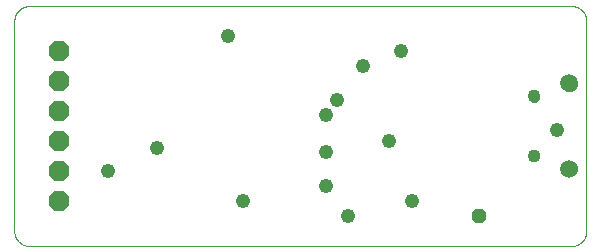
<source format=gbs>
G75*
%MOIN*%
%OFA0B0*%
%FSLAX25Y25*%
%IPPOS*%
%LPD*%
%AMOC8*
5,1,8,0,0,1.08239X$1,22.5*
%
%ADD10C,0.00000*%
%ADD11OC8,0.06800*%
%ADD12C,0.05918*%
%ADD13C,0.04343*%
%ADD14C,0.04800*%
%ADD15OC8,0.04762*%
D10*
X0010800Y0005800D02*
X0191501Y0005800D01*
X0191641Y0005802D01*
X0191781Y0005808D01*
X0191921Y0005818D01*
X0192061Y0005831D01*
X0192200Y0005849D01*
X0192339Y0005871D01*
X0192476Y0005896D01*
X0192614Y0005925D01*
X0192750Y0005958D01*
X0192885Y0005995D01*
X0193019Y0006036D01*
X0193152Y0006081D01*
X0193284Y0006129D01*
X0193414Y0006181D01*
X0193543Y0006236D01*
X0193670Y0006295D01*
X0193796Y0006358D01*
X0193920Y0006424D01*
X0194041Y0006493D01*
X0194161Y0006566D01*
X0194279Y0006643D01*
X0194394Y0006722D01*
X0194508Y0006805D01*
X0194618Y0006891D01*
X0194727Y0006980D01*
X0194833Y0007072D01*
X0194936Y0007167D01*
X0195037Y0007264D01*
X0195134Y0007365D01*
X0195229Y0007468D01*
X0195321Y0007574D01*
X0195410Y0007683D01*
X0195496Y0007793D01*
X0195579Y0007907D01*
X0195658Y0008022D01*
X0195735Y0008140D01*
X0195808Y0008260D01*
X0195877Y0008381D01*
X0195943Y0008505D01*
X0196006Y0008631D01*
X0196065Y0008758D01*
X0196120Y0008887D01*
X0196172Y0009017D01*
X0196220Y0009149D01*
X0196265Y0009282D01*
X0196306Y0009416D01*
X0196343Y0009551D01*
X0196376Y0009687D01*
X0196405Y0009825D01*
X0196430Y0009962D01*
X0196452Y0010101D01*
X0196470Y0010240D01*
X0196483Y0010380D01*
X0196493Y0010520D01*
X0196499Y0010660D01*
X0196501Y0010800D01*
X0196501Y0080761D01*
X0196499Y0080901D01*
X0196493Y0081041D01*
X0196483Y0081181D01*
X0196470Y0081321D01*
X0196452Y0081460D01*
X0196430Y0081599D01*
X0196405Y0081736D01*
X0196376Y0081874D01*
X0196343Y0082010D01*
X0196306Y0082145D01*
X0196265Y0082279D01*
X0196220Y0082412D01*
X0196172Y0082544D01*
X0196120Y0082674D01*
X0196065Y0082803D01*
X0196006Y0082930D01*
X0195943Y0083056D01*
X0195877Y0083180D01*
X0195808Y0083301D01*
X0195735Y0083421D01*
X0195658Y0083539D01*
X0195579Y0083654D01*
X0195496Y0083768D01*
X0195410Y0083878D01*
X0195321Y0083987D01*
X0195229Y0084093D01*
X0195134Y0084196D01*
X0195037Y0084297D01*
X0194936Y0084394D01*
X0194833Y0084489D01*
X0194727Y0084581D01*
X0194618Y0084670D01*
X0194508Y0084756D01*
X0194394Y0084839D01*
X0194279Y0084918D01*
X0194161Y0084995D01*
X0194041Y0085068D01*
X0193920Y0085137D01*
X0193796Y0085203D01*
X0193670Y0085266D01*
X0193543Y0085325D01*
X0193414Y0085380D01*
X0193284Y0085432D01*
X0193152Y0085480D01*
X0193019Y0085525D01*
X0192885Y0085566D01*
X0192750Y0085603D01*
X0192614Y0085636D01*
X0192476Y0085665D01*
X0192339Y0085690D01*
X0192200Y0085712D01*
X0192061Y0085730D01*
X0191921Y0085743D01*
X0191781Y0085753D01*
X0191641Y0085759D01*
X0191501Y0085761D01*
X0010800Y0085761D01*
X0010660Y0085759D01*
X0010520Y0085753D01*
X0010380Y0085743D01*
X0010240Y0085730D01*
X0010101Y0085712D01*
X0009962Y0085690D01*
X0009825Y0085665D01*
X0009687Y0085636D01*
X0009551Y0085603D01*
X0009416Y0085566D01*
X0009282Y0085525D01*
X0009149Y0085480D01*
X0009017Y0085432D01*
X0008887Y0085380D01*
X0008758Y0085325D01*
X0008631Y0085266D01*
X0008505Y0085203D01*
X0008381Y0085137D01*
X0008260Y0085068D01*
X0008140Y0084995D01*
X0008022Y0084918D01*
X0007907Y0084839D01*
X0007793Y0084756D01*
X0007683Y0084670D01*
X0007574Y0084581D01*
X0007468Y0084489D01*
X0007365Y0084394D01*
X0007264Y0084297D01*
X0007167Y0084196D01*
X0007072Y0084093D01*
X0006980Y0083987D01*
X0006891Y0083878D01*
X0006805Y0083768D01*
X0006722Y0083654D01*
X0006643Y0083539D01*
X0006566Y0083421D01*
X0006493Y0083301D01*
X0006424Y0083180D01*
X0006358Y0083056D01*
X0006295Y0082930D01*
X0006236Y0082803D01*
X0006181Y0082674D01*
X0006129Y0082544D01*
X0006081Y0082412D01*
X0006036Y0082279D01*
X0005995Y0082145D01*
X0005958Y0082010D01*
X0005925Y0081874D01*
X0005896Y0081736D01*
X0005871Y0081599D01*
X0005849Y0081460D01*
X0005831Y0081321D01*
X0005818Y0081181D01*
X0005808Y0081041D01*
X0005802Y0080901D01*
X0005800Y0080761D01*
X0005800Y0010800D01*
X0005802Y0010660D01*
X0005808Y0010520D01*
X0005818Y0010380D01*
X0005831Y0010240D01*
X0005849Y0010101D01*
X0005871Y0009962D01*
X0005896Y0009825D01*
X0005925Y0009687D01*
X0005958Y0009551D01*
X0005995Y0009416D01*
X0006036Y0009282D01*
X0006081Y0009149D01*
X0006129Y0009017D01*
X0006181Y0008887D01*
X0006236Y0008758D01*
X0006295Y0008631D01*
X0006358Y0008505D01*
X0006424Y0008381D01*
X0006493Y0008260D01*
X0006566Y0008140D01*
X0006643Y0008022D01*
X0006722Y0007907D01*
X0006805Y0007793D01*
X0006891Y0007683D01*
X0006980Y0007574D01*
X0007072Y0007468D01*
X0007167Y0007365D01*
X0007264Y0007264D01*
X0007365Y0007167D01*
X0007468Y0007072D01*
X0007574Y0006980D01*
X0007683Y0006891D01*
X0007793Y0006805D01*
X0007907Y0006722D01*
X0008022Y0006643D01*
X0008140Y0006566D01*
X0008260Y0006493D01*
X0008381Y0006424D01*
X0008505Y0006358D01*
X0008631Y0006295D01*
X0008758Y0006236D01*
X0008887Y0006181D01*
X0009017Y0006129D01*
X0009149Y0006081D01*
X0009282Y0006036D01*
X0009416Y0005995D01*
X0009551Y0005958D01*
X0009687Y0005925D01*
X0009825Y0005896D01*
X0009962Y0005871D01*
X0010101Y0005849D01*
X0010240Y0005831D01*
X0010380Y0005818D01*
X0010520Y0005808D01*
X0010660Y0005802D01*
X0010800Y0005800D01*
X0177217Y0035957D02*
X0177219Y0036041D01*
X0177225Y0036124D01*
X0177235Y0036207D01*
X0177249Y0036290D01*
X0177266Y0036372D01*
X0177288Y0036453D01*
X0177313Y0036532D01*
X0177342Y0036611D01*
X0177375Y0036688D01*
X0177411Y0036763D01*
X0177451Y0036837D01*
X0177494Y0036909D01*
X0177541Y0036978D01*
X0177591Y0037045D01*
X0177644Y0037110D01*
X0177700Y0037172D01*
X0177758Y0037232D01*
X0177820Y0037289D01*
X0177884Y0037342D01*
X0177951Y0037393D01*
X0178020Y0037440D01*
X0178091Y0037485D01*
X0178164Y0037525D01*
X0178239Y0037562D01*
X0178316Y0037596D01*
X0178394Y0037626D01*
X0178473Y0037652D01*
X0178554Y0037675D01*
X0178636Y0037693D01*
X0178718Y0037708D01*
X0178801Y0037719D01*
X0178884Y0037726D01*
X0178968Y0037729D01*
X0179052Y0037728D01*
X0179135Y0037723D01*
X0179219Y0037714D01*
X0179301Y0037701D01*
X0179383Y0037685D01*
X0179464Y0037664D01*
X0179545Y0037640D01*
X0179623Y0037612D01*
X0179701Y0037580D01*
X0179777Y0037544D01*
X0179851Y0037505D01*
X0179923Y0037463D01*
X0179993Y0037417D01*
X0180061Y0037368D01*
X0180126Y0037316D01*
X0180189Y0037261D01*
X0180249Y0037203D01*
X0180307Y0037142D01*
X0180361Y0037078D01*
X0180413Y0037012D01*
X0180461Y0036944D01*
X0180506Y0036873D01*
X0180547Y0036800D01*
X0180586Y0036726D01*
X0180620Y0036650D01*
X0180651Y0036572D01*
X0180678Y0036493D01*
X0180702Y0036412D01*
X0180721Y0036331D01*
X0180737Y0036249D01*
X0180749Y0036166D01*
X0180757Y0036082D01*
X0180761Y0035999D01*
X0180761Y0035915D01*
X0180757Y0035832D01*
X0180749Y0035748D01*
X0180737Y0035665D01*
X0180721Y0035583D01*
X0180702Y0035502D01*
X0180678Y0035421D01*
X0180651Y0035342D01*
X0180620Y0035264D01*
X0180586Y0035188D01*
X0180547Y0035114D01*
X0180506Y0035041D01*
X0180461Y0034970D01*
X0180413Y0034902D01*
X0180361Y0034836D01*
X0180307Y0034772D01*
X0180249Y0034711D01*
X0180189Y0034653D01*
X0180126Y0034598D01*
X0180061Y0034546D01*
X0179993Y0034497D01*
X0179923Y0034451D01*
X0179851Y0034409D01*
X0179777Y0034370D01*
X0179701Y0034334D01*
X0179623Y0034302D01*
X0179545Y0034274D01*
X0179464Y0034250D01*
X0179383Y0034229D01*
X0179301Y0034213D01*
X0179219Y0034200D01*
X0179135Y0034191D01*
X0179052Y0034186D01*
X0178968Y0034185D01*
X0178884Y0034188D01*
X0178801Y0034195D01*
X0178718Y0034206D01*
X0178636Y0034221D01*
X0178554Y0034239D01*
X0178473Y0034262D01*
X0178394Y0034288D01*
X0178316Y0034318D01*
X0178239Y0034352D01*
X0178164Y0034389D01*
X0178091Y0034429D01*
X0178020Y0034474D01*
X0177951Y0034521D01*
X0177884Y0034572D01*
X0177820Y0034625D01*
X0177758Y0034682D01*
X0177700Y0034742D01*
X0177644Y0034804D01*
X0177591Y0034869D01*
X0177541Y0034936D01*
X0177494Y0035005D01*
X0177451Y0035077D01*
X0177411Y0035151D01*
X0177375Y0035226D01*
X0177342Y0035303D01*
X0177313Y0035382D01*
X0177288Y0035461D01*
X0177266Y0035542D01*
X0177249Y0035624D01*
X0177235Y0035707D01*
X0177225Y0035790D01*
X0177219Y0035873D01*
X0177217Y0035957D01*
X0188241Y0031627D02*
X0188243Y0031728D01*
X0188249Y0031829D01*
X0188259Y0031930D01*
X0188273Y0032030D01*
X0188291Y0032129D01*
X0188313Y0032228D01*
X0188338Y0032326D01*
X0188368Y0032423D01*
X0188401Y0032518D01*
X0188438Y0032612D01*
X0188479Y0032705D01*
X0188523Y0032796D01*
X0188571Y0032885D01*
X0188623Y0032972D01*
X0188678Y0033057D01*
X0188736Y0033139D01*
X0188797Y0033220D01*
X0188862Y0033298D01*
X0188929Y0033373D01*
X0188999Y0033445D01*
X0189073Y0033515D01*
X0189149Y0033582D01*
X0189227Y0033646D01*
X0189308Y0033706D01*
X0189391Y0033763D01*
X0189477Y0033817D01*
X0189565Y0033868D01*
X0189654Y0033915D01*
X0189745Y0033959D01*
X0189838Y0033998D01*
X0189933Y0034035D01*
X0190028Y0034067D01*
X0190125Y0034096D01*
X0190224Y0034120D01*
X0190322Y0034141D01*
X0190422Y0034158D01*
X0190522Y0034171D01*
X0190623Y0034180D01*
X0190724Y0034185D01*
X0190825Y0034186D01*
X0190926Y0034183D01*
X0191027Y0034176D01*
X0191128Y0034165D01*
X0191228Y0034150D01*
X0191327Y0034131D01*
X0191426Y0034108D01*
X0191523Y0034082D01*
X0191620Y0034051D01*
X0191715Y0034017D01*
X0191808Y0033979D01*
X0191901Y0033937D01*
X0191991Y0033892D01*
X0192080Y0033843D01*
X0192166Y0033791D01*
X0192250Y0033735D01*
X0192333Y0033676D01*
X0192412Y0033614D01*
X0192490Y0033549D01*
X0192564Y0033481D01*
X0192636Y0033409D01*
X0192705Y0033336D01*
X0192771Y0033259D01*
X0192834Y0033180D01*
X0192894Y0033098D01*
X0192950Y0033014D01*
X0193003Y0032928D01*
X0193053Y0032840D01*
X0193099Y0032750D01*
X0193142Y0032659D01*
X0193181Y0032565D01*
X0193216Y0032470D01*
X0193247Y0032374D01*
X0193275Y0032277D01*
X0193299Y0032179D01*
X0193319Y0032080D01*
X0193335Y0031980D01*
X0193347Y0031879D01*
X0193355Y0031779D01*
X0193359Y0031678D01*
X0193359Y0031576D01*
X0193355Y0031475D01*
X0193347Y0031375D01*
X0193335Y0031274D01*
X0193319Y0031174D01*
X0193299Y0031075D01*
X0193275Y0030977D01*
X0193247Y0030880D01*
X0193216Y0030784D01*
X0193181Y0030689D01*
X0193142Y0030595D01*
X0193099Y0030504D01*
X0193053Y0030414D01*
X0193003Y0030326D01*
X0192950Y0030240D01*
X0192894Y0030156D01*
X0192834Y0030074D01*
X0192771Y0029995D01*
X0192705Y0029918D01*
X0192636Y0029845D01*
X0192564Y0029773D01*
X0192490Y0029705D01*
X0192412Y0029640D01*
X0192333Y0029578D01*
X0192250Y0029519D01*
X0192166Y0029463D01*
X0192079Y0029411D01*
X0191991Y0029362D01*
X0191901Y0029317D01*
X0191808Y0029275D01*
X0191715Y0029237D01*
X0191620Y0029203D01*
X0191523Y0029172D01*
X0191426Y0029146D01*
X0191327Y0029123D01*
X0191228Y0029104D01*
X0191128Y0029089D01*
X0191027Y0029078D01*
X0190926Y0029071D01*
X0190825Y0029068D01*
X0190724Y0029069D01*
X0190623Y0029074D01*
X0190522Y0029083D01*
X0190422Y0029096D01*
X0190322Y0029113D01*
X0190224Y0029134D01*
X0190125Y0029158D01*
X0190028Y0029187D01*
X0189933Y0029219D01*
X0189838Y0029256D01*
X0189745Y0029295D01*
X0189654Y0029339D01*
X0189565Y0029386D01*
X0189477Y0029437D01*
X0189391Y0029491D01*
X0189308Y0029548D01*
X0189227Y0029608D01*
X0189149Y0029672D01*
X0189073Y0029739D01*
X0188999Y0029809D01*
X0188929Y0029881D01*
X0188862Y0029956D01*
X0188797Y0030034D01*
X0188736Y0030115D01*
X0188678Y0030197D01*
X0188623Y0030282D01*
X0188571Y0030369D01*
X0188523Y0030458D01*
X0188479Y0030549D01*
X0188438Y0030642D01*
X0188401Y0030736D01*
X0188368Y0030831D01*
X0188338Y0030928D01*
X0188313Y0031026D01*
X0188291Y0031125D01*
X0188273Y0031224D01*
X0188259Y0031324D01*
X0188249Y0031425D01*
X0188243Y0031526D01*
X0188241Y0031627D01*
X0177217Y0055643D02*
X0177219Y0055727D01*
X0177225Y0055810D01*
X0177235Y0055893D01*
X0177249Y0055976D01*
X0177266Y0056058D01*
X0177288Y0056139D01*
X0177313Y0056218D01*
X0177342Y0056297D01*
X0177375Y0056374D01*
X0177411Y0056449D01*
X0177451Y0056523D01*
X0177494Y0056595D01*
X0177541Y0056664D01*
X0177591Y0056731D01*
X0177644Y0056796D01*
X0177700Y0056858D01*
X0177758Y0056918D01*
X0177820Y0056975D01*
X0177884Y0057028D01*
X0177951Y0057079D01*
X0178020Y0057126D01*
X0178091Y0057171D01*
X0178164Y0057211D01*
X0178239Y0057248D01*
X0178316Y0057282D01*
X0178394Y0057312D01*
X0178473Y0057338D01*
X0178554Y0057361D01*
X0178636Y0057379D01*
X0178718Y0057394D01*
X0178801Y0057405D01*
X0178884Y0057412D01*
X0178968Y0057415D01*
X0179052Y0057414D01*
X0179135Y0057409D01*
X0179219Y0057400D01*
X0179301Y0057387D01*
X0179383Y0057371D01*
X0179464Y0057350D01*
X0179545Y0057326D01*
X0179623Y0057298D01*
X0179701Y0057266D01*
X0179777Y0057230D01*
X0179851Y0057191D01*
X0179923Y0057149D01*
X0179993Y0057103D01*
X0180061Y0057054D01*
X0180126Y0057002D01*
X0180189Y0056947D01*
X0180249Y0056889D01*
X0180307Y0056828D01*
X0180361Y0056764D01*
X0180413Y0056698D01*
X0180461Y0056630D01*
X0180506Y0056559D01*
X0180547Y0056486D01*
X0180586Y0056412D01*
X0180620Y0056336D01*
X0180651Y0056258D01*
X0180678Y0056179D01*
X0180702Y0056098D01*
X0180721Y0056017D01*
X0180737Y0055935D01*
X0180749Y0055852D01*
X0180757Y0055768D01*
X0180761Y0055685D01*
X0180761Y0055601D01*
X0180757Y0055518D01*
X0180749Y0055434D01*
X0180737Y0055351D01*
X0180721Y0055269D01*
X0180702Y0055188D01*
X0180678Y0055107D01*
X0180651Y0055028D01*
X0180620Y0054950D01*
X0180586Y0054874D01*
X0180547Y0054800D01*
X0180506Y0054727D01*
X0180461Y0054656D01*
X0180413Y0054588D01*
X0180361Y0054522D01*
X0180307Y0054458D01*
X0180249Y0054397D01*
X0180189Y0054339D01*
X0180126Y0054284D01*
X0180061Y0054232D01*
X0179993Y0054183D01*
X0179923Y0054137D01*
X0179851Y0054095D01*
X0179777Y0054056D01*
X0179701Y0054020D01*
X0179623Y0053988D01*
X0179545Y0053960D01*
X0179464Y0053936D01*
X0179383Y0053915D01*
X0179301Y0053899D01*
X0179219Y0053886D01*
X0179135Y0053877D01*
X0179052Y0053872D01*
X0178968Y0053871D01*
X0178884Y0053874D01*
X0178801Y0053881D01*
X0178718Y0053892D01*
X0178636Y0053907D01*
X0178554Y0053925D01*
X0178473Y0053948D01*
X0178394Y0053974D01*
X0178316Y0054004D01*
X0178239Y0054038D01*
X0178164Y0054075D01*
X0178091Y0054115D01*
X0178020Y0054160D01*
X0177951Y0054207D01*
X0177884Y0054258D01*
X0177820Y0054311D01*
X0177758Y0054368D01*
X0177700Y0054428D01*
X0177644Y0054490D01*
X0177591Y0054555D01*
X0177541Y0054622D01*
X0177494Y0054691D01*
X0177451Y0054763D01*
X0177411Y0054837D01*
X0177375Y0054912D01*
X0177342Y0054989D01*
X0177313Y0055068D01*
X0177288Y0055147D01*
X0177266Y0055228D01*
X0177249Y0055310D01*
X0177235Y0055393D01*
X0177225Y0055476D01*
X0177219Y0055559D01*
X0177217Y0055643D01*
X0188241Y0059973D02*
X0188243Y0060074D01*
X0188249Y0060175D01*
X0188259Y0060276D01*
X0188273Y0060376D01*
X0188291Y0060475D01*
X0188313Y0060574D01*
X0188338Y0060672D01*
X0188368Y0060769D01*
X0188401Y0060864D01*
X0188438Y0060958D01*
X0188479Y0061051D01*
X0188523Y0061142D01*
X0188571Y0061231D01*
X0188623Y0061318D01*
X0188678Y0061403D01*
X0188736Y0061485D01*
X0188797Y0061566D01*
X0188862Y0061644D01*
X0188929Y0061719D01*
X0188999Y0061791D01*
X0189073Y0061861D01*
X0189149Y0061928D01*
X0189227Y0061992D01*
X0189308Y0062052D01*
X0189391Y0062109D01*
X0189477Y0062163D01*
X0189565Y0062214D01*
X0189654Y0062261D01*
X0189745Y0062305D01*
X0189838Y0062344D01*
X0189933Y0062381D01*
X0190028Y0062413D01*
X0190125Y0062442D01*
X0190224Y0062466D01*
X0190322Y0062487D01*
X0190422Y0062504D01*
X0190522Y0062517D01*
X0190623Y0062526D01*
X0190724Y0062531D01*
X0190825Y0062532D01*
X0190926Y0062529D01*
X0191027Y0062522D01*
X0191128Y0062511D01*
X0191228Y0062496D01*
X0191327Y0062477D01*
X0191426Y0062454D01*
X0191523Y0062428D01*
X0191620Y0062397D01*
X0191715Y0062363D01*
X0191808Y0062325D01*
X0191901Y0062283D01*
X0191991Y0062238D01*
X0192080Y0062189D01*
X0192166Y0062137D01*
X0192250Y0062081D01*
X0192333Y0062022D01*
X0192412Y0061960D01*
X0192490Y0061895D01*
X0192564Y0061827D01*
X0192636Y0061755D01*
X0192705Y0061682D01*
X0192771Y0061605D01*
X0192834Y0061526D01*
X0192894Y0061444D01*
X0192950Y0061360D01*
X0193003Y0061274D01*
X0193053Y0061186D01*
X0193099Y0061096D01*
X0193142Y0061005D01*
X0193181Y0060911D01*
X0193216Y0060816D01*
X0193247Y0060720D01*
X0193275Y0060623D01*
X0193299Y0060525D01*
X0193319Y0060426D01*
X0193335Y0060326D01*
X0193347Y0060225D01*
X0193355Y0060125D01*
X0193359Y0060024D01*
X0193359Y0059922D01*
X0193355Y0059821D01*
X0193347Y0059721D01*
X0193335Y0059620D01*
X0193319Y0059520D01*
X0193299Y0059421D01*
X0193275Y0059323D01*
X0193247Y0059226D01*
X0193216Y0059130D01*
X0193181Y0059035D01*
X0193142Y0058941D01*
X0193099Y0058850D01*
X0193053Y0058760D01*
X0193003Y0058672D01*
X0192950Y0058586D01*
X0192894Y0058502D01*
X0192834Y0058420D01*
X0192771Y0058341D01*
X0192705Y0058264D01*
X0192636Y0058191D01*
X0192564Y0058119D01*
X0192490Y0058051D01*
X0192412Y0057986D01*
X0192333Y0057924D01*
X0192250Y0057865D01*
X0192166Y0057809D01*
X0192079Y0057757D01*
X0191991Y0057708D01*
X0191901Y0057663D01*
X0191808Y0057621D01*
X0191715Y0057583D01*
X0191620Y0057549D01*
X0191523Y0057518D01*
X0191426Y0057492D01*
X0191327Y0057469D01*
X0191228Y0057450D01*
X0191128Y0057435D01*
X0191027Y0057424D01*
X0190926Y0057417D01*
X0190825Y0057414D01*
X0190724Y0057415D01*
X0190623Y0057420D01*
X0190522Y0057429D01*
X0190422Y0057442D01*
X0190322Y0057459D01*
X0190224Y0057480D01*
X0190125Y0057504D01*
X0190028Y0057533D01*
X0189933Y0057565D01*
X0189838Y0057602D01*
X0189745Y0057641D01*
X0189654Y0057685D01*
X0189565Y0057732D01*
X0189477Y0057783D01*
X0189391Y0057837D01*
X0189308Y0057894D01*
X0189227Y0057954D01*
X0189149Y0058018D01*
X0189073Y0058085D01*
X0188999Y0058155D01*
X0188929Y0058227D01*
X0188862Y0058302D01*
X0188797Y0058380D01*
X0188736Y0058461D01*
X0188678Y0058543D01*
X0188623Y0058628D01*
X0188571Y0058715D01*
X0188523Y0058804D01*
X0188479Y0058895D01*
X0188438Y0058988D01*
X0188401Y0059082D01*
X0188368Y0059177D01*
X0188338Y0059274D01*
X0188313Y0059372D01*
X0188291Y0059471D01*
X0188273Y0059570D01*
X0188259Y0059670D01*
X0188249Y0059771D01*
X0188243Y0059872D01*
X0188241Y0059973D01*
D11*
X0020800Y0060800D03*
X0020800Y0050800D03*
X0020800Y0040800D03*
X0020800Y0030800D03*
X0020800Y0020800D03*
X0020800Y0070800D03*
D12*
X0190800Y0059973D03*
X0190800Y0031627D03*
D13*
X0178989Y0035957D03*
X0178989Y0055643D03*
D14*
X0186550Y0044550D03*
X0138300Y0020800D03*
X0117050Y0015800D03*
X0109550Y0025800D03*
X0109550Y0037050D03*
X0130800Y0040800D03*
X0109550Y0049550D03*
X0113300Y0054550D03*
X0122050Y0065800D03*
X0134550Y0070800D03*
X0077050Y0075800D03*
X0053300Y0038300D03*
X0037050Y0030800D03*
X0082050Y0020800D03*
D15*
X0160800Y0015800D03*
M02*

</source>
